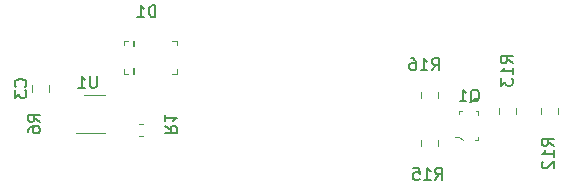
<source format=gbr>
G04 #@! TF.GenerationSoftware,KiCad,Pcbnew,(5.1.5)-3*
G04 #@! TF.CreationDate,2020-12-02T13:07:11-08:00*
G04 #@! TF.ProjectId,USonicTherminNoName,55536f6e-6963-4546-9865-726d696e4e6f,1.0*
G04 #@! TF.SameCoordinates,Original*
G04 #@! TF.FileFunction,Legend,Bot*
G04 #@! TF.FilePolarity,Positive*
%FSLAX46Y46*%
G04 Gerber Fmt 4.6, Leading zero omitted, Abs format (unit mm)*
G04 Created by KiCad (PCBNEW (5.1.5)-3) date 2020-12-02 13:07:11*
%MOMM*%
%LPD*%
G04 APERTURE LIST*
%ADD10C,0.100000*%
%ADD11C,0.120000*%
%ADD12C,0.150000*%
G04 APERTURE END LIST*
D10*
X119971820Y-110865920D02*
X119971820Y-111325660D01*
X119971820Y-111325660D02*
X120048020Y-111325660D01*
X120048020Y-111325660D02*
X120048020Y-110865920D01*
X120048020Y-110865920D02*
X119971820Y-110865920D01*
X119971820Y-113667540D02*
X119971820Y-113202720D01*
X119971820Y-113202720D02*
X120048020Y-113202720D01*
X120048020Y-113202720D02*
X120048020Y-113667540D01*
X120048020Y-113667540D02*
X119971820Y-113667540D01*
X123662000Y-110868000D02*
X123262000Y-110868000D01*
X123662000Y-110868000D02*
X123662000Y-111268000D01*
X119162000Y-110868000D02*
X119562000Y-110868000D01*
X119162000Y-110868000D02*
X119162000Y-111268000D01*
X119162000Y-113668000D02*
X119162000Y-113268000D01*
X119162000Y-113668000D02*
X119562000Y-113668000D01*
X123662000Y-113668000D02*
X123262000Y-113668000D01*
X123662000Y-113668000D02*
X123662000Y-113268000D01*
D11*
X111404000Y-114661422D02*
X111404000Y-115178578D01*
X112824000Y-114661422D02*
X112824000Y-115178578D01*
D10*
X147911000Y-119289000D02*
X147586000Y-118989000D01*
X147586000Y-118989000D02*
X147186000Y-118989000D01*
X149186000Y-118989000D02*
X149186000Y-119289000D01*
X149186000Y-119289000D02*
X148886000Y-119289000D01*
X147586000Y-117114000D02*
X147586000Y-116839000D01*
X147586000Y-116839000D02*
X147836000Y-116839000D01*
X149186000Y-117139000D02*
X149186000Y-116839000D01*
X149186000Y-116839000D02*
X148961000Y-116839000D01*
D11*
X120451221Y-117910000D02*
X120776779Y-117910000D01*
X120451221Y-118930000D02*
X120776779Y-118930000D01*
X145744000Y-115750078D02*
X145744000Y-115232922D01*
X144324000Y-115750078D02*
X144324000Y-115232922D01*
X150928000Y-116581422D02*
X150928000Y-117098578D01*
X152348000Y-116581422D02*
X152348000Y-117098578D01*
X154484000Y-117098578D02*
X154484000Y-116581422D01*
X155904000Y-117098578D02*
X155904000Y-116581422D01*
X144324000Y-119812578D02*
X144324000Y-119295422D01*
X145744000Y-119812578D02*
X145744000Y-119295422D01*
X115814000Y-115466000D02*
X117614000Y-115466000D01*
X117614000Y-118686000D02*
X115164000Y-118686000D01*
D12*
X121852095Y-108872380D02*
X121852095Y-107872380D01*
X121614000Y-107872380D01*
X121471142Y-107920000D01*
X121375904Y-108015238D01*
X121328285Y-108110476D01*
X121280666Y-108300952D01*
X121280666Y-108443809D01*
X121328285Y-108634285D01*
X121375904Y-108729523D01*
X121471142Y-108824761D01*
X121614000Y-108872380D01*
X121852095Y-108872380D01*
X120328285Y-108872380D02*
X120899714Y-108872380D01*
X120614000Y-108872380D02*
X120614000Y-107872380D01*
X120709238Y-108015238D01*
X120804476Y-108110476D01*
X120899714Y-108158095D01*
X110821142Y-114753333D02*
X110868761Y-114705714D01*
X110916380Y-114562857D01*
X110916380Y-114467619D01*
X110868761Y-114324761D01*
X110773523Y-114229523D01*
X110678285Y-114181904D01*
X110487809Y-114134285D01*
X110344952Y-114134285D01*
X110154476Y-114181904D01*
X110059238Y-114229523D01*
X109964000Y-114324761D01*
X109916380Y-114467619D01*
X109916380Y-114562857D01*
X109964000Y-114705714D01*
X110011619Y-114753333D01*
X109916380Y-115086666D02*
X109916380Y-115705714D01*
X110297333Y-115372380D01*
X110297333Y-115515238D01*
X110344952Y-115610476D01*
X110392571Y-115658095D01*
X110487809Y-115705714D01*
X110725904Y-115705714D01*
X110821142Y-115658095D01*
X110868761Y-115610476D01*
X110916380Y-115515238D01*
X110916380Y-115229523D01*
X110868761Y-115134285D01*
X110821142Y-115086666D01*
X148511238Y-116101619D02*
X148606476Y-116054000D01*
X148701714Y-115958761D01*
X148844571Y-115815904D01*
X148939809Y-115768285D01*
X149035047Y-115768285D01*
X148987428Y-116006380D02*
X149082666Y-115958761D01*
X149177904Y-115863523D01*
X149225523Y-115673047D01*
X149225523Y-115339714D01*
X149177904Y-115149238D01*
X149082666Y-115054000D01*
X148987428Y-115006380D01*
X148796952Y-115006380D01*
X148701714Y-115054000D01*
X148606476Y-115149238D01*
X148558857Y-115339714D01*
X148558857Y-115673047D01*
X148606476Y-115863523D01*
X148701714Y-115958761D01*
X148796952Y-116006380D01*
X148987428Y-116006380D01*
X147606476Y-116006380D02*
X148177904Y-116006380D01*
X147892190Y-116006380D02*
X147892190Y-115006380D01*
X147987428Y-115149238D01*
X148082666Y-115244476D01*
X148177904Y-115292095D01*
X112066380Y-117753333D02*
X111590190Y-117420000D01*
X112066380Y-117181904D02*
X111066380Y-117181904D01*
X111066380Y-117562857D01*
X111114000Y-117658095D01*
X111161619Y-117705714D01*
X111256857Y-117753333D01*
X111399714Y-117753333D01*
X111494952Y-117705714D01*
X111542571Y-117658095D01*
X111590190Y-117562857D01*
X111590190Y-117181904D01*
X111066380Y-118610476D02*
X111066380Y-118420000D01*
X111114000Y-118324761D01*
X111161619Y-118277142D01*
X111304476Y-118181904D01*
X111494952Y-118134285D01*
X111875904Y-118134285D01*
X111971142Y-118181904D01*
X112018761Y-118229523D01*
X112066380Y-118324761D01*
X112066380Y-118515238D01*
X112018761Y-118610476D01*
X111971142Y-118658095D01*
X111875904Y-118705714D01*
X111637809Y-118705714D01*
X111542571Y-118658095D01*
X111494952Y-118610476D01*
X111447333Y-118515238D01*
X111447333Y-118324761D01*
X111494952Y-118229523D01*
X111542571Y-118181904D01*
X111637809Y-118134285D01*
X122661619Y-118086666D02*
X123137809Y-118420000D01*
X122661619Y-118658095D02*
X123661619Y-118658095D01*
X123661619Y-118277142D01*
X123614000Y-118181904D01*
X123566380Y-118134285D01*
X123471142Y-118086666D01*
X123328285Y-118086666D01*
X123233047Y-118134285D01*
X123185428Y-118181904D01*
X123137809Y-118277142D01*
X123137809Y-118658095D01*
X122661619Y-117134285D02*
X122661619Y-117705714D01*
X122661619Y-117420000D02*
X123661619Y-117420000D01*
X123518761Y-117515238D01*
X123423523Y-117610476D01*
X123375904Y-117705714D01*
X145256857Y-113372380D02*
X145590190Y-112896190D01*
X145828285Y-113372380D02*
X145828285Y-112372380D01*
X145447333Y-112372380D01*
X145352095Y-112420000D01*
X145304476Y-112467619D01*
X145256857Y-112562857D01*
X145256857Y-112705714D01*
X145304476Y-112800952D01*
X145352095Y-112848571D01*
X145447333Y-112896190D01*
X145828285Y-112896190D01*
X144304476Y-113372380D02*
X144875904Y-113372380D01*
X144590190Y-113372380D02*
X144590190Y-112372380D01*
X144685428Y-112515238D01*
X144780666Y-112610476D01*
X144875904Y-112658095D01*
X143447333Y-112372380D02*
X143637809Y-112372380D01*
X143733047Y-112420000D01*
X143780666Y-112467619D01*
X143875904Y-112610476D01*
X143923523Y-112800952D01*
X143923523Y-113181904D01*
X143875904Y-113277142D01*
X143828285Y-113324761D01*
X143733047Y-113372380D01*
X143542571Y-113372380D01*
X143447333Y-113324761D01*
X143399714Y-113277142D01*
X143352095Y-113181904D01*
X143352095Y-112943809D01*
X143399714Y-112848571D01*
X143447333Y-112800952D01*
X143542571Y-112753333D01*
X143733047Y-112753333D01*
X143828285Y-112800952D01*
X143875904Y-112848571D01*
X143923523Y-112943809D01*
X152090380Y-112777142D02*
X151614190Y-112443809D01*
X152090380Y-112205714D02*
X151090380Y-112205714D01*
X151090380Y-112586666D01*
X151138000Y-112681904D01*
X151185619Y-112729523D01*
X151280857Y-112777142D01*
X151423714Y-112777142D01*
X151518952Y-112729523D01*
X151566571Y-112681904D01*
X151614190Y-112586666D01*
X151614190Y-112205714D01*
X152090380Y-113729523D02*
X152090380Y-113158095D01*
X152090380Y-113443809D02*
X151090380Y-113443809D01*
X151233238Y-113348571D01*
X151328476Y-113253333D01*
X151376095Y-113158095D01*
X151090380Y-114062857D02*
X151090380Y-114681904D01*
X151471333Y-114348571D01*
X151471333Y-114491428D01*
X151518952Y-114586666D01*
X151566571Y-114634285D01*
X151661809Y-114681904D01*
X151899904Y-114681904D01*
X151995142Y-114634285D01*
X152042761Y-114586666D01*
X152090380Y-114491428D01*
X152090380Y-114205714D01*
X152042761Y-114110476D01*
X151995142Y-114062857D01*
X155566380Y-119777142D02*
X155090190Y-119443809D01*
X155566380Y-119205714D02*
X154566380Y-119205714D01*
X154566380Y-119586666D01*
X154614000Y-119681904D01*
X154661619Y-119729523D01*
X154756857Y-119777142D01*
X154899714Y-119777142D01*
X154994952Y-119729523D01*
X155042571Y-119681904D01*
X155090190Y-119586666D01*
X155090190Y-119205714D01*
X155566380Y-120729523D02*
X155566380Y-120158095D01*
X155566380Y-120443809D02*
X154566380Y-120443809D01*
X154709238Y-120348571D01*
X154804476Y-120253333D01*
X154852095Y-120158095D01*
X154661619Y-121110476D02*
X154614000Y-121158095D01*
X154566380Y-121253333D01*
X154566380Y-121491428D01*
X154614000Y-121586666D01*
X154661619Y-121634285D01*
X154756857Y-121681904D01*
X154852095Y-121681904D01*
X154994952Y-121634285D01*
X155566380Y-121062857D01*
X155566380Y-121681904D01*
X145546152Y-122639960D02*
X145879485Y-122163770D01*
X146117580Y-122639960D02*
X146117580Y-121639960D01*
X145736628Y-121639960D01*
X145641390Y-121687580D01*
X145593771Y-121735199D01*
X145546152Y-121830437D01*
X145546152Y-121973294D01*
X145593771Y-122068532D01*
X145641390Y-122116151D01*
X145736628Y-122163770D01*
X146117580Y-122163770D01*
X144593771Y-122639960D02*
X145165199Y-122639960D01*
X144879485Y-122639960D02*
X144879485Y-121639960D01*
X144974723Y-121782818D01*
X145069961Y-121878056D01*
X145165199Y-121925675D01*
X143689009Y-121639960D02*
X144165199Y-121639960D01*
X144212818Y-122116151D01*
X144165199Y-122068532D01*
X144069961Y-122020913D01*
X143831866Y-122020913D01*
X143736628Y-122068532D01*
X143689009Y-122116151D01*
X143641390Y-122211389D01*
X143641390Y-122449484D01*
X143689009Y-122544722D01*
X143736628Y-122592341D01*
X143831866Y-122639960D01*
X144069961Y-122639960D01*
X144165199Y-122592341D01*
X144212818Y-122544722D01*
X116875904Y-113872380D02*
X116875904Y-114681904D01*
X116828285Y-114777142D01*
X116780666Y-114824761D01*
X116685428Y-114872380D01*
X116494952Y-114872380D01*
X116399714Y-114824761D01*
X116352095Y-114777142D01*
X116304476Y-114681904D01*
X116304476Y-113872380D01*
X115304476Y-114872380D02*
X115875904Y-114872380D01*
X115590190Y-114872380D02*
X115590190Y-113872380D01*
X115685428Y-114015238D01*
X115780666Y-114110476D01*
X115875904Y-114158095D01*
M02*

</source>
